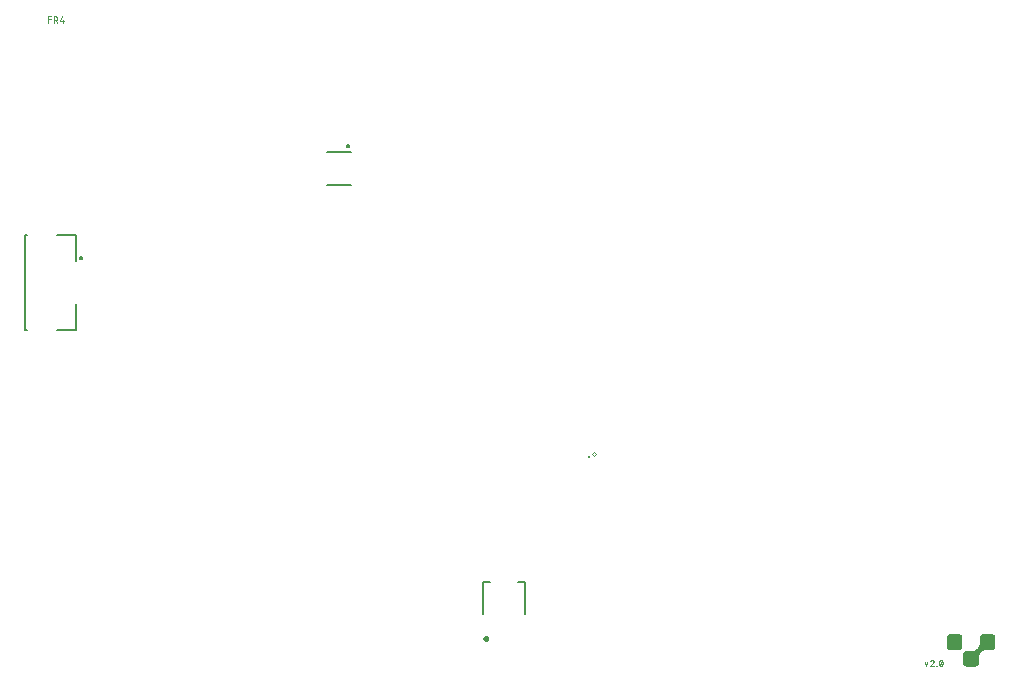
<source format=gto>
G04 EAGLE Gerber RS-274X export*
G75*
%MOMM*%
%FSLAX34Y34*%
%LPD*%
%INSilkscreen Top*%
%IPPOS*%
%AMOC8*
5,1,8,0,0,1.08239X$1,22.5*%
G01*
%ADD10C,0.127000*%
%ADD11C,0.200000*%
%ADD12C,0.063400*%
%ADD13C,0.250000*%
%ADD14C,0.240000*%
%ADD15C,0.076200*%

G36*
X-261289Y73635D02*
X-261289Y73635D01*
X-261260Y73633D01*
X-260603Y73720D01*
X-260567Y73733D01*
X-260507Y73745D01*
X-259895Y73999D01*
X-259864Y74021D01*
X-259809Y74049D01*
X-259282Y74452D01*
X-259258Y74482D01*
X-259212Y74522D01*
X-258809Y75049D01*
X-258793Y75083D01*
X-258759Y75135D01*
X-258505Y75747D01*
X-258499Y75785D01*
X-258481Y75838D01*
X-258481Y75839D01*
X-258480Y75843D01*
X-258393Y76500D01*
X-258395Y76522D01*
X-258390Y76550D01*
X-258390Y81611D01*
X-258273Y82794D01*
X-257934Y83914D01*
X-257382Y84946D01*
X-256640Y85850D01*
X-255736Y86592D01*
X-254704Y87144D01*
X-253584Y87483D01*
X-252401Y87600D01*
X-247340Y87600D01*
X-247319Y87605D01*
X-247290Y87603D01*
X-246633Y87690D01*
X-246597Y87703D01*
X-246537Y87715D01*
X-245925Y87969D01*
X-245894Y87991D01*
X-245839Y88019D01*
X-245312Y88422D01*
X-245288Y88452D01*
X-245242Y88492D01*
X-244839Y89019D01*
X-244823Y89053D01*
X-244789Y89105D01*
X-244535Y89717D01*
X-244529Y89755D01*
X-244510Y89813D01*
X-244423Y90470D01*
X-244425Y90492D01*
X-244420Y90520D01*
X-244420Y98140D01*
X-244425Y98161D01*
X-244423Y98190D01*
X-244510Y98847D01*
X-244523Y98883D01*
X-244535Y98943D01*
X-244789Y99556D01*
X-244811Y99586D01*
X-244839Y99641D01*
X-245242Y100168D01*
X-245272Y100192D01*
X-245312Y100238D01*
X-245839Y100641D01*
X-245873Y100657D01*
X-245925Y100691D01*
X-246537Y100945D01*
X-246575Y100951D01*
X-246633Y100970D01*
X-247290Y101057D01*
X-247312Y101055D01*
X-247340Y101060D01*
X-254960Y101060D01*
X-254981Y101055D01*
X-255010Y101057D01*
X-255667Y100970D01*
X-255703Y100957D01*
X-255763Y100945D01*
X-256376Y100691D01*
X-256406Y100669D01*
X-256461Y100641D01*
X-256988Y100238D01*
X-257012Y100208D01*
X-257058Y100168D01*
X-257461Y99641D01*
X-257477Y99607D01*
X-257511Y99556D01*
X-257765Y98943D01*
X-257771Y98906D01*
X-257790Y98847D01*
X-257877Y98190D01*
X-257875Y98168D01*
X-257880Y98140D01*
X-257880Y93079D01*
X-257997Y91896D01*
X-258336Y90776D01*
X-258888Y89744D01*
X-259630Y88840D01*
X-260534Y88098D01*
X-261566Y87546D01*
X-262686Y87207D01*
X-263869Y87090D01*
X-268930Y87090D01*
X-268951Y87085D01*
X-268980Y87087D01*
X-269637Y87000D01*
X-269673Y86987D01*
X-269733Y86975D01*
X-270346Y86721D01*
X-270376Y86699D01*
X-270431Y86671D01*
X-270958Y86268D01*
X-270982Y86238D01*
X-271028Y86198D01*
X-271431Y85671D01*
X-271447Y85637D01*
X-271481Y85586D01*
X-271735Y84973D01*
X-271741Y84936D01*
X-271760Y84877D01*
X-271847Y84220D01*
X-271845Y84198D01*
X-271850Y84170D01*
X-271850Y76550D01*
X-271845Y76529D01*
X-271847Y76500D01*
X-271760Y75843D01*
X-271753Y75823D01*
X-271753Y75811D01*
X-271745Y75796D01*
X-271735Y75747D01*
X-271481Y75135D01*
X-271459Y75104D01*
X-271431Y75049D01*
X-271028Y74522D01*
X-271023Y74519D01*
X-271023Y74518D01*
X-271016Y74513D01*
X-270998Y74498D01*
X-270958Y74452D01*
X-270431Y74049D01*
X-270397Y74033D01*
X-270346Y73999D01*
X-269733Y73745D01*
X-269696Y73739D01*
X-269637Y73720D01*
X-268980Y73633D01*
X-268958Y73635D01*
X-268930Y73630D01*
X-261310Y73630D01*
X-261289Y73635D01*
G37*
G36*
X-275259Y87605D02*
X-275259Y87605D01*
X-275230Y87603D01*
X-274573Y87690D01*
X-274537Y87703D01*
X-274477Y87715D01*
X-273865Y87969D01*
X-273834Y87991D01*
X-273779Y88019D01*
X-273252Y88422D01*
X-273228Y88452D01*
X-273182Y88492D01*
X-272779Y89019D01*
X-272763Y89053D01*
X-272729Y89105D01*
X-272475Y89717D01*
X-272469Y89755D01*
X-272451Y89807D01*
X-272451Y89809D01*
X-272450Y89813D01*
X-272363Y90470D01*
X-272365Y90492D01*
X-272360Y90520D01*
X-272360Y98140D01*
X-272365Y98161D01*
X-272363Y98190D01*
X-272450Y98847D01*
X-272463Y98883D01*
X-272475Y98943D01*
X-272729Y99556D01*
X-272751Y99586D01*
X-272779Y99641D01*
X-273182Y100168D01*
X-273212Y100192D01*
X-273252Y100238D01*
X-273779Y100641D01*
X-273813Y100657D01*
X-273865Y100691D01*
X-274477Y100945D01*
X-274515Y100951D01*
X-274573Y100970D01*
X-275230Y101057D01*
X-275252Y101055D01*
X-275280Y101060D01*
X-282900Y101060D01*
X-282921Y101055D01*
X-282950Y101057D01*
X-283607Y100970D01*
X-283643Y100957D01*
X-283703Y100945D01*
X-284316Y100691D01*
X-284346Y100669D01*
X-284401Y100641D01*
X-284928Y100238D01*
X-284952Y100208D01*
X-284998Y100168D01*
X-285401Y99641D01*
X-285417Y99607D01*
X-285451Y99556D01*
X-285705Y98943D01*
X-285711Y98906D01*
X-285730Y98847D01*
X-285817Y98190D01*
X-285815Y98168D01*
X-285820Y98140D01*
X-285820Y90520D01*
X-285815Y90499D01*
X-285817Y90470D01*
X-285730Y89813D01*
X-285723Y89793D01*
X-285723Y89781D01*
X-285715Y89766D01*
X-285705Y89717D01*
X-285451Y89105D01*
X-285429Y89074D01*
X-285401Y89019D01*
X-284998Y88492D01*
X-284993Y88489D01*
X-284993Y88488D01*
X-284986Y88483D01*
X-284968Y88468D01*
X-284928Y88422D01*
X-284401Y88019D01*
X-284367Y88003D01*
X-284316Y87969D01*
X-283703Y87715D01*
X-283666Y87709D01*
X-283607Y87690D01*
X-282950Y87603D01*
X-282928Y87605D01*
X-282900Y87600D01*
X-275280Y87600D01*
X-275259Y87605D01*
G37*
D10*
X-1064260Y439280D02*
X-1066060Y439280D01*
X-1066060Y358280D01*
X-1064260Y358280D01*
X-1038860Y439280D02*
X-1023060Y439280D01*
X-1023060Y416980D01*
X-1023060Y380580D02*
X-1023060Y358280D01*
X-1038860Y358280D01*
D11*
X-1019560Y419780D02*
X-1019558Y419843D01*
X-1019552Y419905D01*
X-1019542Y419967D01*
X-1019529Y420029D01*
X-1019511Y420089D01*
X-1019490Y420148D01*
X-1019465Y420206D01*
X-1019436Y420262D01*
X-1019404Y420316D01*
X-1019369Y420368D01*
X-1019331Y420417D01*
X-1019289Y420465D01*
X-1019245Y420509D01*
X-1019197Y420551D01*
X-1019148Y420589D01*
X-1019096Y420624D01*
X-1019042Y420656D01*
X-1018986Y420685D01*
X-1018928Y420710D01*
X-1018869Y420731D01*
X-1018809Y420749D01*
X-1018747Y420762D01*
X-1018685Y420772D01*
X-1018623Y420778D01*
X-1018560Y420780D01*
X-1018497Y420778D01*
X-1018435Y420772D01*
X-1018373Y420762D01*
X-1018311Y420749D01*
X-1018251Y420731D01*
X-1018192Y420710D01*
X-1018134Y420685D01*
X-1018078Y420656D01*
X-1018024Y420624D01*
X-1017972Y420589D01*
X-1017923Y420551D01*
X-1017875Y420509D01*
X-1017831Y420465D01*
X-1017789Y420417D01*
X-1017751Y420368D01*
X-1017716Y420316D01*
X-1017684Y420262D01*
X-1017655Y420206D01*
X-1017630Y420148D01*
X-1017609Y420089D01*
X-1017591Y420029D01*
X-1017578Y419967D01*
X-1017568Y419905D01*
X-1017562Y419843D01*
X-1017560Y419780D01*
X-1017562Y419717D01*
X-1017568Y419655D01*
X-1017578Y419593D01*
X-1017591Y419531D01*
X-1017609Y419471D01*
X-1017630Y419412D01*
X-1017655Y419354D01*
X-1017684Y419298D01*
X-1017716Y419244D01*
X-1017751Y419192D01*
X-1017789Y419143D01*
X-1017831Y419095D01*
X-1017875Y419051D01*
X-1017923Y419009D01*
X-1017972Y418971D01*
X-1018024Y418936D01*
X-1018078Y418904D01*
X-1018134Y418875D01*
X-1018192Y418850D01*
X-1018251Y418829D01*
X-1018311Y418811D01*
X-1018373Y418798D01*
X-1018435Y418788D01*
X-1018497Y418782D01*
X-1018560Y418780D01*
X-1018623Y418782D01*
X-1018685Y418788D01*
X-1018747Y418798D01*
X-1018809Y418811D01*
X-1018869Y418829D01*
X-1018928Y418850D01*
X-1018986Y418875D01*
X-1019042Y418904D01*
X-1019096Y418936D01*
X-1019148Y418971D01*
X-1019197Y419009D01*
X-1019245Y419051D01*
X-1019289Y419095D01*
X-1019331Y419143D01*
X-1019369Y419192D01*
X-1019404Y419244D01*
X-1019436Y419298D01*
X-1019465Y419354D01*
X-1019490Y419412D01*
X-1019511Y419471D01*
X-1019529Y419531D01*
X-1019542Y419593D01*
X-1019552Y419655D01*
X-1019558Y419717D01*
X-1019560Y419780D01*
D12*
X-585700Y254000D02*
X-583950Y252250D01*
X-585700Y254000D02*
X-584200Y255500D01*
X-582450Y253750D01*
X-583950Y252250D01*
D13*
X-588200Y251250D03*
D10*
X-678400Y145000D02*
X-678400Y118500D01*
X-678400Y145000D02*
X-672400Y145000D01*
X-642400Y145000D02*
X-642400Y118500D01*
X-642400Y145000D02*
X-648400Y145000D01*
D14*
X-677180Y97543D02*
X-677178Y97612D01*
X-677172Y97681D01*
X-677162Y97749D01*
X-677148Y97817D01*
X-677131Y97884D01*
X-677109Y97950D01*
X-677084Y98014D01*
X-677055Y98077D01*
X-677022Y98138D01*
X-676986Y98197D01*
X-676947Y98254D01*
X-676904Y98308D01*
X-676859Y98360D01*
X-676810Y98410D01*
X-676759Y98456D01*
X-676705Y98499D01*
X-676648Y98540D01*
X-676590Y98576D01*
X-676529Y98610D01*
X-676467Y98640D01*
X-676403Y98666D01*
X-676338Y98688D01*
X-676271Y98707D01*
X-676203Y98722D01*
X-676135Y98733D01*
X-676066Y98740D01*
X-675997Y98743D01*
X-675928Y98742D01*
X-675859Y98737D01*
X-675791Y98728D01*
X-675723Y98715D01*
X-675656Y98698D01*
X-675589Y98678D01*
X-675525Y98653D01*
X-675462Y98625D01*
X-675400Y98594D01*
X-675341Y98558D01*
X-675283Y98520D01*
X-675228Y98478D01*
X-675175Y98433D01*
X-675125Y98385D01*
X-675078Y98335D01*
X-675034Y98281D01*
X-674993Y98226D01*
X-674955Y98168D01*
X-674921Y98108D01*
X-674890Y98046D01*
X-674863Y97982D01*
X-674840Y97917D01*
X-674820Y97851D01*
X-674804Y97783D01*
X-674792Y97715D01*
X-674784Y97647D01*
X-674780Y97578D01*
X-674780Y97508D01*
X-674784Y97439D01*
X-674792Y97371D01*
X-674804Y97303D01*
X-674820Y97235D01*
X-674840Y97169D01*
X-674863Y97104D01*
X-674890Y97040D01*
X-674921Y96978D01*
X-674955Y96918D01*
X-674993Y96860D01*
X-675034Y96805D01*
X-675078Y96751D01*
X-675125Y96701D01*
X-675175Y96653D01*
X-675228Y96608D01*
X-675283Y96566D01*
X-675341Y96528D01*
X-675400Y96492D01*
X-675462Y96461D01*
X-675525Y96433D01*
X-675589Y96408D01*
X-675656Y96388D01*
X-675723Y96371D01*
X-675791Y96358D01*
X-675859Y96349D01*
X-675928Y96344D01*
X-675997Y96343D01*
X-676066Y96346D01*
X-676135Y96353D01*
X-676203Y96364D01*
X-676271Y96379D01*
X-676338Y96398D01*
X-676403Y96420D01*
X-676467Y96446D01*
X-676529Y96476D01*
X-676590Y96510D01*
X-676648Y96546D01*
X-676705Y96587D01*
X-676759Y96630D01*
X-676810Y96676D01*
X-676859Y96726D01*
X-676904Y96778D01*
X-676947Y96832D01*
X-676986Y96889D01*
X-677022Y96948D01*
X-677055Y97009D01*
X-677084Y97072D01*
X-677109Y97136D01*
X-677131Y97202D01*
X-677148Y97269D01*
X-677162Y97337D01*
X-677172Y97405D01*
X-677178Y97474D01*
X-677180Y97543D01*
D15*
X-304419Y77437D02*
X-303234Y73881D01*
X-302048Y77437D01*
X-298148Y79215D02*
X-298076Y79213D01*
X-298004Y79207D01*
X-297932Y79197D01*
X-297861Y79184D01*
X-297791Y79166D01*
X-297722Y79145D01*
X-297654Y79120D01*
X-297588Y79092D01*
X-297523Y79060D01*
X-297460Y79024D01*
X-297399Y78985D01*
X-297341Y78943D01*
X-297284Y78898D01*
X-297231Y78849D01*
X-297180Y78798D01*
X-297131Y78745D01*
X-297086Y78688D01*
X-297044Y78630D01*
X-297005Y78569D01*
X-296969Y78506D01*
X-296937Y78441D01*
X-296909Y78375D01*
X-296884Y78307D01*
X-296863Y78238D01*
X-296845Y78168D01*
X-296832Y78097D01*
X-296822Y78025D01*
X-296816Y77953D01*
X-296814Y77881D01*
X-298148Y79215D02*
X-298228Y79213D01*
X-298307Y79208D01*
X-298387Y79198D01*
X-298465Y79185D01*
X-298543Y79169D01*
X-298621Y79149D01*
X-298697Y79125D01*
X-298772Y79097D01*
X-298845Y79067D01*
X-298917Y79033D01*
X-298988Y78995D01*
X-299056Y78954D01*
X-299123Y78910D01*
X-299188Y78864D01*
X-299250Y78814D01*
X-299310Y78761D01*
X-299367Y78705D01*
X-299422Y78647D01*
X-299474Y78587D01*
X-299523Y78524D01*
X-299569Y78459D01*
X-299612Y78392D01*
X-299652Y78322D01*
X-299688Y78252D01*
X-299722Y78179D01*
X-299751Y78105D01*
X-299778Y78030D01*
X-297259Y76844D02*
X-297208Y76895D01*
X-297160Y76949D01*
X-297114Y77005D01*
X-297071Y77064D01*
X-297031Y77124D01*
X-296995Y77187D01*
X-296961Y77251D01*
X-296931Y77317D01*
X-296904Y77384D01*
X-296881Y77453D01*
X-296861Y77522D01*
X-296844Y77593D01*
X-296831Y77664D01*
X-296822Y77736D01*
X-296817Y77809D01*
X-296815Y77881D01*
X-297259Y76844D02*
X-299778Y73881D01*
X-296814Y73881D01*
X-294604Y73881D02*
X-294604Y74177D01*
X-294307Y74177D01*
X-294307Y73881D01*
X-294604Y73881D01*
X-292097Y76548D02*
X-292095Y76673D01*
X-292090Y76797D01*
X-292081Y76921D01*
X-292069Y77045D01*
X-292053Y77169D01*
X-292034Y77292D01*
X-292011Y77415D01*
X-291984Y77537D01*
X-291955Y77658D01*
X-291922Y77778D01*
X-291885Y77897D01*
X-291845Y78015D01*
X-291802Y78132D01*
X-291755Y78247D01*
X-291705Y78362D01*
X-291652Y78474D01*
X-291629Y78535D01*
X-291603Y78594D01*
X-291573Y78652D01*
X-291540Y78707D01*
X-291503Y78761D01*
X-291464Y78812D01*
X-291422Y78861D01*
X-291376Y78907D01*
X-291328Y78951D01*
X-291278Y78992D01*
X-291225Y79029D01*
X-291171Y79064D01*
X-291114Y79095D01*
X-291055Y79123D01*
X-290995Y79147D01*
X-290934Y79168D01*
X-290872Y79185D01*
X-290808Y79198D01*
X-290744Y79207D01*
X-290680Y79213D01*
X-290615Y79215D01*
X-290550Y79213D01*
X-290486Y79207D01*
X-290422Y79198D01*
X-290358Y79185D01*
X-290296Y79168D01*
X-290235Y79147D01*
X-290175Y79123D01*
X-290116Y79095D01*
X-290059Y79064D01*
X-290005Y79029D01*
X-289952Y78992D01*
X-289902Y78951D01*
X-289854Y78907D01*
X-289808Y78861D01*
X-289766Y78812D01*
X-289727Y78761D01*
X-289690Y78707D01*
X-289657Y78652D01*
X-289627Y78594D01*
X-289601Y78535D01*
X-289578Y78474D01*
X-289525Y78362D01*
X-289475Y78247D01*
X-289428Y78132D01*
X-289385Y78015D01*
X-289345Y77897D01*
X-289308Y77778D01*
X-289275Y77658D01*
X-289246Y77537D01*
X-289219Y77415D01*
X-289196Y77292D01*
X-289177Y77169D01*
X-289161Y77045D01*
X-289149Y76921D01*
X-289140Y76797D01*
X-289135Y76673D01*
X-289133Y76548D01*
X-292097Y76548D02*
X-292095Y76423D01*
X-292090Y76299D01*
X-292081Y76175D01*
X-292069Y76051D01*
X-292053Y75927D01*
X-292034Y75804D01*
X-292011Y75681D01*
X-291984Y75560D01*
X-291955Y75439D01*
X-291922Y75318D01*
X-291885Y75199D01*
X-291845Y75081D01*
X-291802Y74964D01*
X-291755Y74849D01*
X-291705Y74734D01*
X-291652Y74622D01*
X-291629Y74561D01*
X-291603Y74502D01*
X-291573Y74444D01*
X-291540Y74389D01*
X-291503Y74335D01*
X-291464Y74284D01*
X-291422Y74235D01*
X-291376Y74189D01*
X-291328Y74145D01*
X-291278Y74104D01*
X-291225Y74067D01*
X-291171Y74032D01*
X-291114Y74001D01*
X-291055Y73973D01*
X-290995Y73949D01*
X-290934Y73928D01*
X-290872Y73911D01*
X-290808Y73898D01*
X-290744Y73889D01*
X-290680Y73883D01*
X-290615Y73881D01*
X-289578Y74622D02*
X-289525Y74734D01*
X-289475Y74849D01*
X-289428Y74964D01*
X-289385Y75081D01*
X-289345Y75199D01*
X-289308Y75318D01*
X-289275Y75439D01*
X-289246Y75560D01*
X-289219Y75681D01*
X-289196Y75804D01*
X-289177Y75927D01*
X-289161Y76051D01*
X-289149Y76175D01*
X-289140Y76299D01*
X-289135Y76423D01*
X-289133Y76548D01*
X-289578Y74622D02*
X-289601Y74561D01*
X-289627Y74502D01*
X-289657Y74444D01*
X-289690Y74389D01*
X-289727Y74335D01*
X-289766Y74284D01*
X-289808Y74235D01*
X-289854Y74189D01*
X-289902Y74145D01*
X-289952Y74104D01*
X-290005Y74067D01*
X-290059Y74032D01*
X-290116Y74001D01*
X-290175Y73973D01*
X-290235Y73949D01*
X-290296Y73928D01*
X-290358Y73911D01*
X-290422Y73898D01*
X-290486Y73889D01*
X-290550Y73883D01*
X-290615Y73881D01*
X-291800Y75066D02*
X-289430Y78030D01*
X-1046419Y618833D02*
X-1046419Y624167D01*
X-1044048Y624167D01*
X-1044048Y621796D02*
X-1046419Y621796D01*
X-1041633Y624167D02*
X-1041633Y618833D01*
X-1041633Y624167D02*
X-1040151Y624167D01*
X-1040075Y624165D01*
X-1039999Y624159D01*
X-1039923Y624149D01*
X-1039848Y624136D01*
X-1039774Y624118D01*
X-1039700Y624097D01*
X-1039628Y624072D01*
X-1039558Y624043D01*
X-1039488Y624011D01*
X-1039421Y623975D01*
X-1039356Y623935D01*
X-1039292Y623893D01*
X-1039231Y623847D01*
X-1039173Y623798D01*
X-1039117Y623746D01*
X-1039063Y623692D01*
X-1039013Y623634D01*
X-1038966Y623575D01*
X-1038921Y623512D01*
X-1038880Y623448D01*
X-1038843Y623382D01*
X-1038809Y623313D01*
X-1038778Y623243D01*
X-1038751Y623172D01*
X-1038728Y623099D01*
X-1038709Y623025D01*
X-1038693Y622951D01*
X-1038681Y622875D01*
X-1038673Y622799D01*
X-1038669Y622723D01*
X-1038669Y622647D01*
X-1038673Y622571D01*
X-1038681Y622495D01*
X-1038693Y622419D01*
X-1038709Y622345D01*
X-1038728Y622271D01*
X-1038751Y622198D01*
X-1038778Y622127D01*
X-1038809Y622057D01*
X-1038843Y621988D01*
X-1038880Y621922D01*
X-1038921Y621858D01*
X-1038966Y621795D01*
X-1039013Y621736D01*
X-1039063Y621678D01*
X-1039117Y621624D01*
X-1039173Y621572D01*
X-1039231Y621523D01*
X-1039292Y621477D01*
X-1039356Y621435D01*
X-1039421Y621395D01*
X-1039488Y621359D01*
X-1039558Y621327D01*
X-1039628Y621298D01*
X-1039700Y621273D01*
X-1039774Y621252D01*
X-1039848Y621234D01*
X-1039923Y621221D01*
X-1039999Y621211D01*
X-1040075Y621205D01*
X-1040151Y621203D01*
X-1040151Y621204D02*
X-1041633Y621204D01*
X-1039855Y621204D02*
X-1038669Y618833D01*
X-1036192Y620018D02*
X-1035006Y624167D01*
X-1036192Y620018D02*
X-1033228Y620018D01*
X-1034117Y618833D02*
X-1034117Y621204D01*
D11*
X-793402Y514435D02*
X-793400Y514498D01*
X-793394Y514560D01*
X-793384Y514622D01*
X-793371Y514684D01*
X-793353Y514744D01*
X-793332Y514803D01*
X-793307Y514861D01*
X-793278Y514917D01*
X-793246Y514971D01*
X-793211Y515023D01*
X-793173Y515072D01*
X-793131Y515120D01*
X-793087Y515164D01*
X-793039Y515206D01*
X-792990Y515244D01*
X-792938Y515279D01*
X-792884Y515311D01*
X-792828Y515340D01*
X-792770Y515365D01*
X-792711Y515386D01*
X-792651Y515404D01*
X-792589Y515417D01*
X-792527Y515427D01*
X-792465Y515433D01*
X-792402Y515435D01*
X-792339Y515433D01*
X-792277Y515427D01*
X-792215Y515417D01*
X-792153Y515404D01*
X-792093Y515386D01*
X-792034Y515365D01*
X-791976Y515340D01*
X-791920Y515311D01*
X-791866Y515279D01*
X-791814Y515244D01*
X-791765Y515206D01*
X-791717Y515164D01*
X-791673Y515120D01*
X-791631Y515072D01*
X-791593Y515023D01*
X-791558Y514971D01*
X-791526Y514917D01*
X-791497Y514861D01*
X-791472Y514803D01*
X-791451Y514744D01*
X-791433Y514684D01*
X-791420Y514622D01*
X-791410Y514560D01*
X-791404Y514498D01*
X-791402Y514435D01*
X-791404Y514372D01*
X-791410Y514310D01*
X-791420Y514248D01*
X-791433Y514186D01*
X-791451Y514126D01*
X-791472Y514067D01*
X-791497Y514009D01*
X-791526Y513953D01*
X-791558Y513899D01*
X-791593Y513847D01*
X-791631Y513798D01*
X-791673Y513750D01*
X-791717Y513706D01*
X-791765Y513664D01*
X-791814Y513626D01*
X-791866Y513591D01*
X-791920Y513559D01*
X-791976Y513530D01*
X-792034Y513505D01*
X-792093Y513484D01*
X-792153Y513466D01*
X-792215Y513453D01*
X-792277Y513443D01*
X-792339Y513437D01*
X-792402Y513435D01*
X-792465Y513437D01*
X-792527Y513443D01*
X-792589Y513453D01*
X-792651Y513466D01*
X-792711Y513484D01*
X-792770Y513505D01*
X-792828Y513530D01*
X-792884Y513559D01*
X-792938Y513591D01*
X-792990Y513626D01*
X-793039Y513664D01*
X-793087Y513706D01*
X-793131Y513750D01*
X-793173Y513798D01*
X-793211Y513847D01*
X-793246Y513899D01*
X-793278Y513953D01*
X-793307Y514009D01*
X-793332Y514067D01*
X-793353Y514126D01*
X-793371Y514186D01*
X-793384Y514248D01*
X-793394Y514310D01*
X-793400Y514372D01*
X-793402Y514435D01*
D10*
X-790100Y509000D02*
X-810100Y509000D01*
X-810100Y481600D02*
X-790100Y481600D01*
M02*

</source>
